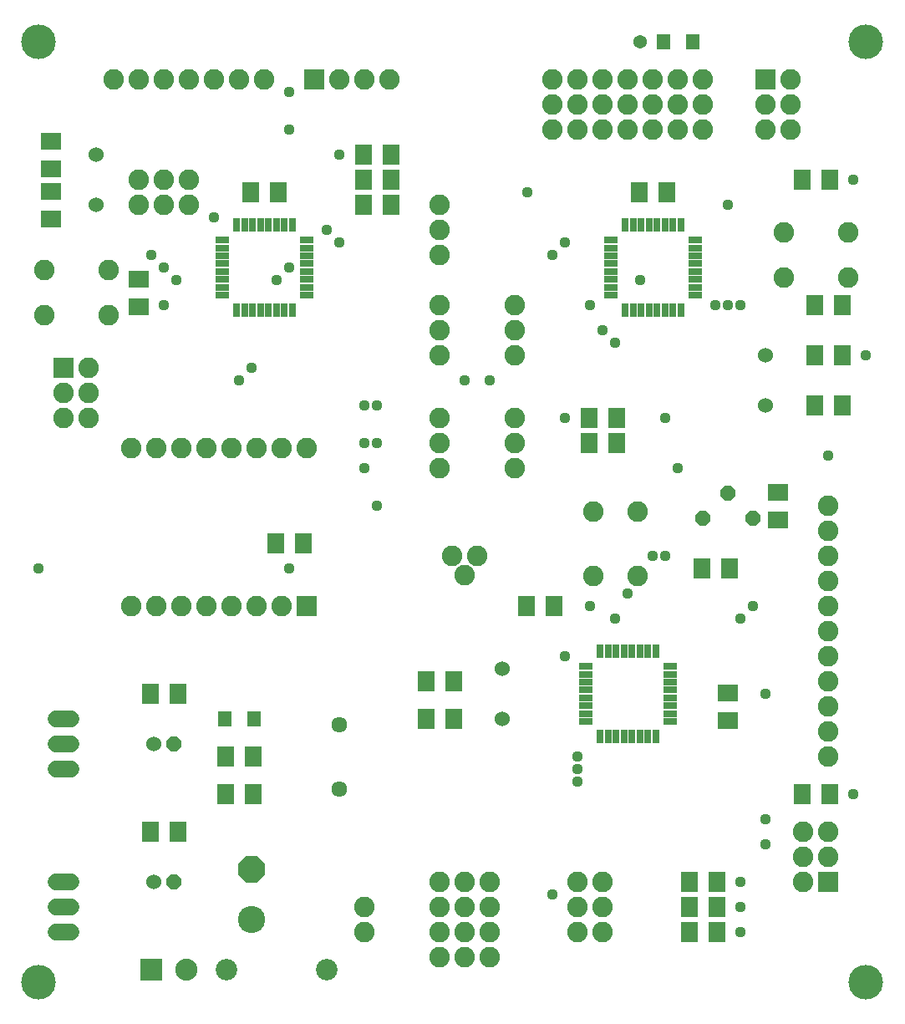
<source format=gts>
G75*
G70*
%OFA0B0*%
%FSLAX24Y24*%
%IPPOS*%
%LPD*%
%AMOC8*
5,1,8,0,0,1.08239X$1,22.5*
%
%ADD10R,0.0580X0.0300*%
%ADD11R,0.0300X0.0580*%
%ADD12R,0.0880X0.0880*%
%ADD13C,0.0880*%
%ADD14C,0.0680*%
%ADD15R,0.0710X0.0789*%
%ADD16R,0.0789X0.0710*%
%ADD17C,0.0600*%
%ADD18C,0.0634*%
%ADD19C,0.0820*%
%ADD20R,0.0552X0.0631*%
%ADD21R,0.0820X0.0820*%
%ADD22C,0.0860*%
%ADD23C,0.1380*%
%ADD24C,0.1080*%
%ADD25OC8,0.1080*%
%ADD26OC8,0.0600*%
%ADD27C,0.0540*%
%ADD28C,0.0440*%
D10*
X023042Y011629D03*
X023042Y011944D03*
X023042Y012259D03*
X023042Y012574D03*
X023042Y012889D03*
X023042Y013204D03*
X023042Y013519D03*
X023042Y013834D03*
X026422Y013834D03*
X026422Y013519D03*
X026422Y013204D03*
X026422Y012889D03*
X026422Y012574D03*
X026422Y012259D03*
X026422Y011944D03*
X026422Y011629D03*
X027422Y028629D03*
X027422Y028944D03*
X027422Y029259D03*
X027422Y029574D03*
X027422Y029889D03*
X027422Y030204D03*
X027422Y030519D03*
X027422Y030834D03*
X024042Y030834D03*
X024042Y030519D03*
X024042Y030204D03*
X024042Y029889D03*
X024042Y029574D03*
X024042Y029259D03*
X024042Y028944D03*
X024042Y028629D03*
X011922Y028629D03*
X011922Y028944D03*
X011922Y029259D03*
X011922Y029574D03*
X011922Y029889D03*
X011922Y030204D03*
X011922Y030519D03*
X011922Y030834D03*
X008542Y030834D03*
X008542Y030519D03*
X008542Y030204D03*
X008542Y029889D03*
X008542Y029574D03*
X008542Y029259D03*
X008542Y028944D03*
X008542Y028629D03*
D11*
X009129Y028042D03*
X009444Y028042D03*
X009759Y028042D03*
X010074Y028042D03*
X010389Y028042D03*
X010704Y028042D03*
X011019Y028042D03*
X011334Y028042D03*
X011334Y031422D03*
X011019Y031422D03*
X010704Y031422D03*
X010389Y031422D03*
X010074Y031422D03*
X009759Y031422D03*
X009444Y031422D03*
X009129Y031422D03*
X023629Y014422D03*
X023944Y014422D03*
X024259Y014422D03*
X024574Y014422D03*
X024889Y014422D03*
X025204Y014422D03*
X025519Y014422D03*
X025834Y014422D03*
X025834Y011042D03*
X025519Y011042D03*
X025204Y011042D03*
X024889Y011042D03*
X024574Y011042D03*
X024259Y011042D03*
X023944Y011042D03*
X023629Y011042D03*
X024629Y028042D03*
X024944Y028042D03*
X025259Y028042D03*
X025574Y028042D03*
X025889Y028042D03*
X026204Y028042D03*
X026519Y028042D03*
X026834Y028042D03*
X026834Y031422D03*
X026519Y031422D03*
X026204Y031422D03*
X025889Y031422D03*
X025574Y031422D03*
X025259Y031422D03*
X024944Y031422D03*
X024629Y031422D03*
D12*
X005732Y001732D03*
D13*
X007110Y001732D03*
D14*
X002532Y003232D02*
X001932Y003232D01*
X001932Y004232D02*
X002532Y004232D01*
X002532Y005232D02*
X001932Y005232D01*
X001932Y009732D02*
X002532Y009732D01*
X002532Y010732D02*
X001932Y010732D01*
X001932Y011732D02*
X002532Y011732D01*
D15*
X005681Y012732D03*
X006783Y012732D03*
X008681Y010232D03*
X009783Y010232D03*
X009783Y008732D03*
X008681Y008732D03*
X006783Y007232D03*
X005681Y007232D03*
X010681Y018732D03*
X011783Y018732D03*
X016681Y013232D03*
X017783Y013232D03*
X017783Y011732D03*
X016681Y011732D03*
X020681Y016232D03*
X021783Y016232D03*
X023181Y022732D03*
X023181Y023732D03*
X024283Y023732D03*
X024283Y022732D03*
X027681Y017732D03*
X028783Y017732D03*
X032181Y024232D03*
X033283Y024232D03*
X033283Y026232D03*
X032181Y026232D03*
X032181Y028232D03*
X033283Y028232D03*
X032783Y033232D03*
X031681Y033232D03*
X026283Y032732D03*
X025181Y032732D03*
X015283Y032232D03*
X015283Y033232D03*
X015283Y034232D03*
X014181Y034232D03*
X014181Y033232D03*
X014181Y032232D03*
X010783Y032732D03*
X009681Y032732D03*
X031681Y008732D03*
X032783Y008732D03*
X028283Y005232D03*
X028283Y004232D03*
X028283Y003232D03*
X027181Y003232D03*
X027181Y004232D03*
X027181Y005232D03*
D16*
X028732Y011681D03*
X028732Y012783D03*
X030732Y019681D03*
X030732Y020783D03*
X005232Y028181D03*
X005232Y029283D03*
X001732Y031681D03*
X001732Y032783D03*
X001732Y033681D03*
X001732Y034783D03*
D17*
X003532Y034232D03*
X003532Y032232D03*
X019732Y013732D03*
X019732Y011732D03*
X030232Y024232D03*
X030232Y026232D03*
X005832Y010732D03*
X005832Y005232D03*
D18*
X013232Y008952D03*
X013232Y011511D03*
D19*
X010901Y016240D03*
X009901Y016240D03*
X008901Y016240D03*
X007901Y016240D03*
X006901Y016240D03*
X005901Y016240D03*
X004901Y016240D03*
X004901Y022539D03*
X005901Y022539D03*
X006901Y022539D03*
X007901Y022539D03*
X008901Y022539D03*
X009901Y022539D03*
X010901Y022539D03*
X011901Y022539D03*
X017232Y022732D03*
X017232Y021732D03*
X017232Y023732D03*
X017232Y026232D03*
X017232Y027232D03*
X017232Y028232D03*
X017232Y030232D03*
X017232Y031232D03*
X017232Y032232D03*
X020232Y028232D03*
X020232Y027232D03*
X020232Y026232D03*
X020232Y023732D03*
X020232Y022732D03*
X020232Y021732D03*
X023342Y020012D03*
X025122Y020012D03*
X025122Y017452D03*
X023342Y017452D03*
X018732Y018232D03*
X018232Y017482D03*
X017732Y018232D03*
X018232Y005232D03*
X019232Y005232D03*
X019232Y004232D03*
X019232Y003232D03*
X019232Y002232D03*
X018232Y002232D03*
X018232Y003232D03*
X018232Y004232D03*
X017232Y004232D03*
X017232Y003232D03*
X017232Y002232D03*
X017232Y005232D03*
X014232Y004232D03*
X014232Y003232D03*
X022732Y003232D03*
X022732Y004232D03*
X023732Y004232D03*
X023732Y003232D03*
X023732Y005232D03*
X022732Y005232D03*
X031732Y005232D03*
X031732Y006232D03*
X031732Y007232D03*
X032732Y007232D03*
X032732Y006232D03*
X032732Y010232D03*
X032732Y011232D03*
X032732Y012232D03*
X032732Y013232D03*
X032732Y014232D03*
X032732Y015232D03*
X032732Y016232D03*
X032732Y017232D03*
X032732Y018232D03*
X032732Y019232D03*
X032732Y020232D03*
X033512Y029342D03*
X033512Y031122D03*
X030952Y031122D03*
X030952Y029342D03*
X031232Y035232D03*
X031232Y036232D03*
X031232Y037232D03*
X030232Y036232D03*
X030232Y035232D03*
X027732Y035232D03*
X027732Y036232D03*
X027732Y037232D03*
X026732Y037232D03*
X026732Y036232D03*
X026732Y035232D03*
X025732Y035232D03*
X025732Y036232D03*
X025732Y037232D03*
X024732Y037232D03*
X024732Y036232D03*
X024732Y035232D03*
X023732Y035232D03*
X023732Y036232D03*
X022732Y036232D03*
X022732Y035232D03*
X021732Y035232D03*
X021732Y036232D03*
X021732Y037232D03*
X022732Y037232D03*
X023732Y037232D03*
X015232Y037232D03*
X014232Y037232D03*
X013232Y037232D03*
X010232Y037232D03*
X009232Y037232D03*
X008232Y037232D03*
X007232Y037232D03*
X006232Y037232D03*
X005232Y037232D03*
X004232Y037232D03*
X005232Y033232D03*
X006232Y033232D03*
X007232Y033232D03*
X007232Y032232D03*
X006232Y032232D03*
X005232Y032232D03*
X004012Y029622D03*
X004012Y027842D03*
X003232Y025732D03*
X003232Y024732D03*
X003232Y023732D03*
X002232Y023732D03*
X002232Y024732D03*
X001452Y027842D03*
X001452Y029622D03*
D20*
X008641Y011732D03*
X009822Y011732D03*
X026141Y038732D03*
X027322Y038732D03*
D21*
X030232Y037232D03*
X012232Y037232D03*
X002232Y025732D03*
X011901Y016240D03*
X032732Y005232D03*
D22*
X012732Y001732D03*
X008732Y001732D03*
D23*
X001232Y001232D03*
X034232Y001232D03*
X034232Y038732D03*
X001232Y038732D03*
D24*
X009732Y003732D03*
D25*
X009732Y005732D03*
D26*
X006632Y005232D03*
X006632Y010732D03*
X027732Y019732D03*
X028732Y020732D03*
X029732Y019732D03*
D27*
X025232Y038732D03*
D28*
X020732Y032732D03*
X022232Y030732D03*
X021732Y030232D03*
X023232Y028232D03*
X023732Y027232D03*
X024232Y026732D03*
X025232Y029232D03*
X028232Y028232D03*
X028732Y028232D03*
X029232Y028232D03*
X028732Y032232D03*
X033732Y033232D03*
X034232Y026232D03*
X032732Y022232D03*
X029732Y016232D03*
X029232Y015732D03*
X030232Y012732D03*
X033732Y008732D03*
X030232Y007732D03*
X030232Y006732D03*
X029232Y005232D03*
X029232Y004232D03*
X029232Y003232D03*
X022732Y009232D03*
X022732Y009732D03*
X022732Y010232D03*
X022232Y014232D03*
X023232Y016232D03*
X024232Y015732D03*
X024732Y016732D03*
X025732Y018232D03*
X026232Y018232D03*
X026732Y021732D03*
X026232Y023732D03*
X022232Y023732D03*
X019232Y025232D03*
X018232Y025232D03*
X014732Y024232D03*
X014232Y024232D03*
X014232Y022732D03*
X014732Y022732D03*
X014232Y021732D03*
X014732Y020232D03*
X011232Y017732D03*
X009232Y025232D03*
X009732Y025732D03*
X010732Y029232D03*
X011232Y029732D03*
X012732Y031232D03*
X013232Y030732D03*
X013232Y034232D03*
X011232Y035232D03*
X011232Y036732D03*
X008232Y031732D03*
X006232Y029732D03*
X005732Y030232D03*
X006732Y029232D03*
X006232Y028232D03*
X001232Y017732D03*
X021732Y004732D03*
M02*

</source>
